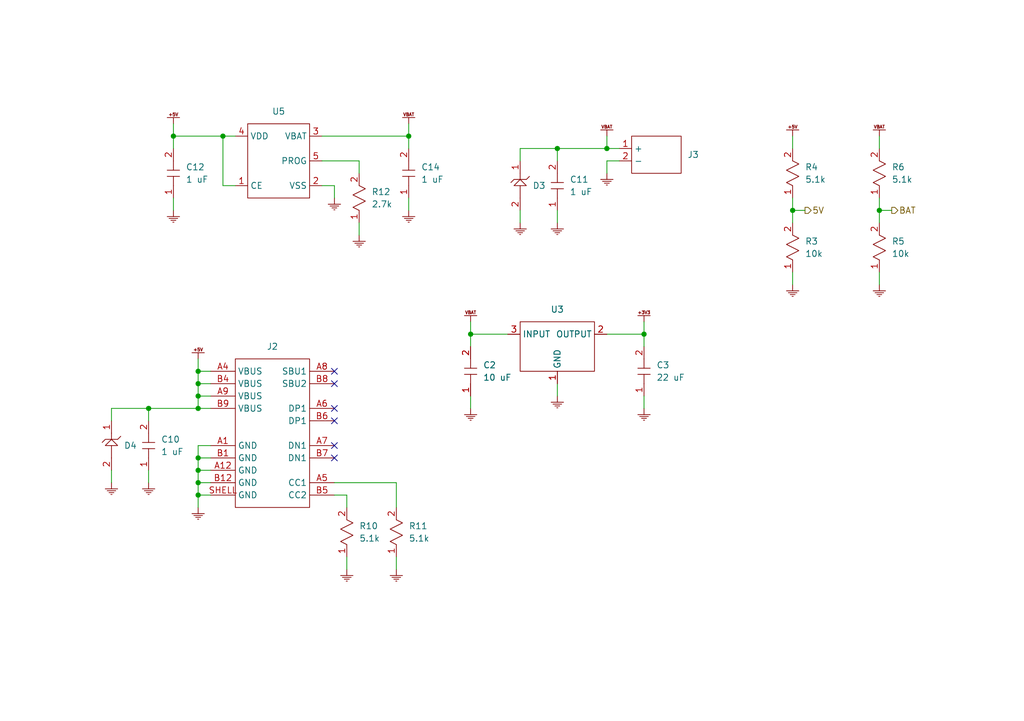
<source format=kicad_sch>
(kicad_sch (version 20230121) (generator eeschema)
  (paper "A5")
  (lib_symbols
    (symbol "zandmd:+3V3" (power) (pin_names (offset 0))
      (symbol "+3V3_0_1"
        (polyline (pts (xy -1.27 1.27) (xy 1.27 1.27)))
        (polyline (pts (xy 0 0) (xy 0 1.27)))
      )
      (symbol "+3V3_1_1"
        (text "+3V3" (at 0 1.905 0) (effects (font (size 0.635 0.635))))
        (pin power_in line (at 0 0 90) (length 0) hide (name "+3V3") (number "1"))
      )
    )
    (symbol "zandmd:+5V" (power) (pin_names (offset 0))
      (symbol "+5V_0_1"
        (polyline (pts (xy -1.27 1.27) (xy 1.27 1.27)))
        (polyline (pts (xy 0 0) (xy 0 1.27)))
      )
      (symbol "+5V_1_1"
        (text "+5V" (at 0 1.905 0) (effects (font (size 0.635 0.635))))
        (pin power_in line (at 0 0 90) (length 0) hide (name "+5V") (number "1"))
      )
    )
    (symbol "zandmd:AZ1117IH-3.3TRG1"
      (property "Reference" "U" (at 0 0 0))
      (symbol "AZ1117IH-3.3TRG1_0_1"
        (rectangle (start 2.54 12.7) (end 17.78 2.54))
      )
      (symbol "AZ1117IH-3.3TRG1_1_1"
        (pin passive line (at 10.16 0 90) (length 2.54) (name "GND") (number "1"))
        (pin power_out line (at 20.32 10.16 180) (length 2.54) (name "OUTPUT") (number "2"))
        (pin power_in line (at 0 10.16 0) (length 2.54) (name "INPUT") (number "3"))
      )
    )
    (symbol "zandmd:CAPACITOR" (pin_names (offset 0))
      (property "Reference" "C" (at 0 0 0))
      (property "Value" "C" (at 0 0 0))
      (symbol "CAPACITOR_0_1"
        (polyline (pts (xy 2.54 0) (xy 4.445 0)))
        (polyline (pts (xy 4.445 1.27) (xy 4.445 -1.27)))
        (polyline (pts (xy 5.715 1.27) (xy 5.715 -1.27)))
        (polyline (pts (xy 7.62 0) (xy 5.715 0)))
      )
      (symbol "CAPACITOR_1_1"
        (pin passive line (at 0 0 0) (length 2.54) (name "") (number "1"))
        (pin passive line (at 10.16 0 180) (length 2.54) (name "") (number "2"))
      )
    )
    (symbol "zandmd:GND" (power) (pin_names (offset 0))
      (symbol "GND_0_1"
        (polyline (pts (xy -1.27 -1.27) (xy 1.27 -1.27)))
        (polyline (pts (xy -0.889 -1.651) (xy 0.889 -1.651)))
        (polyline (pts (xy -0.508 -2.032) (xy 0.508 -2.032)))
        (polyline (pts (xy -0.127 -2.413) (xy 0.127 -2.413)))
        (polyline (pts (xy 0 0) (xy 0 -1.27)))
      )
      (symbol "GND_1_1"
        (pin power_in line (at 0 0 270) (length 0) hide (name "GND") (number "1"))
      )
    )
    (symbol "zandmd:MCP73812T-420I/OT"
      (property "Reference" "U" (at 0 0 0))
      (symbol "MCP73812T-420I/OT_0_1"
        (rectangle (start 2.54 15.24) (end 15.24 0))
      )
      (symbol "MCP73812T-420I/OT_1_1"
        (pin input line (at 0 2.54 0) (length 2.54) (name "CE") (number "1"))
        (pin passive line (at 17.78 2.54 180) (length 2.54) (name "VSS") (number "2"))
        (pin power_out line (at 17.78 12.7 180) (length 2.54) (name "VBAT") (number "3"))
        (pin power_in line (at 0 12.7 0) (length 2.54) (name "VDD") (number "4"))
        (pin passive line (at 17.78 7.62 180) (length 2.54) (name "PROG") (number "5"))
      )
    )
    (symbol "zandmd:RESISTOR" (pin_names (offset 0))
      (property "Reference" "R" (at 0 0 0))
      (property "Value" "R" (at 0 0 0))
      (symbol "RESISTOR_0_1"
        (polyline (pts (xy 2.54 0) (xy 3.175 1.27) (xy 4.445 -1.27) (xy 5.715 1.27) (xy 6.985 -1.27) (xy 7.62 0)))
      )
      (symbol "RESISTOR_1_1"
        (pin passive line (at 0 0 0) (length 2.54) (name "") (number "1"))
        (pin passive line (at 10.16 0 180) (length 2.54) (name "") (number "2"))
      )
    )
    (symbol "zandmd:S2B-PH-K-S"
      (property "Reference" "J" (at 0 0 0))
      (symbol "S2B-PH-K-S_0_1"
        (rectangle (start 2.54 7.62) (end 12.7 0))
      )
      (symbol "S2B-PH-K-S_1_1"
        (pin unspecified line (at 0 5.08 0) (length 2.54) (name "P1") (number "1") (alternate "+" power_out line))
        (pin unspecified line (at 0 2.54 0) (length 2.54) (name "P2") (number "2") (alternate "-" passive line))
      )
    )
    (symbol "zandmd:SMAJ5.0A" (pin_names (offset 0))
      (property "Reference" "D" (at 0 0 0))
      (symbol "SMAJ5.0A_0_1"
        (polyline (pts (xy 3.81 0) (xy 2.54 0)))
        (polyline (pts (xy 7.62 0) (xy 5.08 0)))
        (polyline (pts (xy 3.81 0) (xy 5.08 -1.27) (xy 5.08 1.27) (xy 3.81 0)))
        (polyline (pts (xy 4.445 -1.905) (xy 3.81 -1.27) (xy 3.81 1.27) (xy 3.175 1.905)))
      )
      (symbol "SMAJ5.0A_1_1"
        (pin passive line (at 0 0 0) (length 2.54) (name "") (number "1"))
        (pin passive line (at 10.16 0 180) (length 2.54) (name "") (number "2"))
      )
    )
    (symbol "zandmd:USB4520-03-0-A"
      (property "Reference" "J" (at 0 0 0))
      (symbol "USB4520-03-0-A_0_1"
        (rectangle (start 5.08 30.48) (end 20.32 0))
      )
      (symbol "USB4520-03-0-A_1_1"
        (pin passive line (at 0 12.7 0) (length 5.08) (name "GND") (number "A1"))
        (pin passive line (at 0 7.62 0) (length 5.08) (name "GND") (number "A12"))
        (pin power_in line (at 0 27.94 0) (length 5.08) (name "VBUS") (number "A4"))
        (pin input line (at 25.4 5.08 180) (length 5.08) (name "CC1") (number "A5"))
        (pin bidirectional line (at 25.4 20.32 180) (length 5.08) (name "DP1") (number "A6"))
        (pin bidirectional line (at 25.4 12.7 180) (length 5.08) (name "DN1") (number "A7"))
        (pin bidirectional line (at 25.4 27.94 180) (length 5.08) (name "SBU1") (number "A8"))
        (pin power_in line (at 0 22.86 0) (length 5.08) (name "VBUS") (number "A9"))
        (pin passive line (at 0 10.16 0) (length 5.08) (name "GND") (number "B1"))
        (pin passive line (at 0 5.08 0) (length 5.08) (name "GND") (number "B12"))
        (pin power_in line (at 0 25.4 0) (length 5.08) (name "VBUS") (number "B4"))
        (pin input line (at 25.4 2.54 180) (length 5.08) (name "CC2") (number "B5"))
        (pin bidirectional line (at 25.4 17.78 180) (length 5.08) (name "DP1") (number "B6"))
        (pin bidirectional line (at 25.4 10.16 180) (length 5.08) (name "DN1") (number "B7"))
        (pin bidirectional line (at 25.4 25.4 180) (length 5.08) (name "SBU2") (number "B8"))
        (pin power_in line (at 0 20.32 0) (length 5.08) (name "VBUS") (number "B9"))
        (pin passive line (at 0 2.54 0) (length 5.08) (name "GND") (number "SHELL"))
      )
    )
    (symbol "zandmd:VBAT" (power) (pin_names (offset 0))
      (symbol "VBAT_0_1"
        (polyline (pts (xy -1.27 1.27) (xy 1.27 1.27)))
        (polyline (pts (xy 0 0) (xy 0 1.27)))
      )
      (symbol "VBAT_1_1"
        (text "VBAT" (at 0 1.905 0) (effects (font (size 0.635 0.635))))
        (pin power_in line (at 0 0 90) (length 0) hide (name "VBAT") (number "1"))
      )
    )
  )
  (junction (at 96.52 68.58))
  (junction (at 40.64 81.28))
  (junction (at 83.82 27.94))
  (junction (at 45.72 27.94))
  (junction (at 40.64 78.74))
  (junction (at 40.64 83.82))
  (junction (at 40.64 93.98))
  (junction (at 40.64 76.2))
  (junction (at 132.08 68.58))
  (junction (at 35.56 27.94))
  (junction (at 40.64 101.6))
  (junction (at 30.48 83.82))
  (junction (at 40.64 99.06))
  (junction (at 180.34 43.18))
  (junction (at 124.46 30.48))
  (junction (at 114.3 30.48))
  (junction (at 40.64 96.52))
  (junction (at 162.56 43.18))
  (no_connect (at 68.58 86.36))
  (no_connect (at 68.58 76.2))
  (no_connect (at 68.58 93.98))
  (no_connect (at 68.58 78.74))
  (no_connect (at 68.58 83.82))
  (no_connect (at 68.58 91.44))
  (wire (pts (xy 162.56 43.18) (xy 162.56 45.72)))
  (wire (pts (xy 124.46 68.58) (xy 132.08 68.58)))
  (wire (pts (xy 132.08 68.58) (xy 132.08 71.12)))
  (wire (pts (xy 45.72 27.94) (xy 45.72 38.1)))
  (wire (pts (xy 132.08 66.04) (xy 132.08 68.58)))
  (wire (pts (xy 114.3 78.74) (xy 114.3 81.28)))
  (wire (pts (xy 73.66 45.72) (xy 73.66 48.26)))
  (wire (pts (xy 83.82 40.64) (xy 83.82 43.18)))
  (wire (pts (xy 30.48 96.52) (xy 30.48 99.06)))
  (wire (pts (xy 40.64 78.74) (xy 43.18 78.74)))
  (wire (pts (xy 114.3 43.18) (xy 114.3 45.72)))
  (wire (pts (xy 81.28 114.3) (xy 81.28 116.84)))
  (wire (pts (xy 162.56 27.94) (xy 162.56 30.48)))
  (wire (pts (xy 22.86 83.82) (xy 30.48 83.82)))
  (wire (pts (xy 40.64 81.28) (xy 40.64 83.82)))
  (wire (pts (xy 30.48 83.82) (xy 40.64 83.82)))
  (wire (pts (xy 162.56 55.88) (xy 162.56 58.42)))
  (wire (pts (xy 127 33.02) (xy 124.46 33.02)))
  (wire (pts (xy 162.56 40.64) (xy 162.56 43.18)))
  (wire (pts (xy 48.26 27.94) (xy 45.72 27.94)))
  (wire (pts (xy 43.18 91.44) (xy 40.64 91.44)))
  (wire (pts (xy 114.3 30.48) (xy 114.3 33.02)))
  (wire (pts (xy 35.56 27.94) (xy 45.72 27.94)))
  (wire (pts (xy 40.64 73.66) (xy 40.64 76.2)))
  (wire (pts (xy 71.12 114.3) (xy 71.12 116.84)))
  (wire (pts (xy 66.04 27.94) (xy 83.82 27.94)))
  (wire (pts (xy 40.64 78.74) (xy 40.64 81.28)))
  (wire (pts (xy 96.52 66.04) (xy 96.52 68.58)))
  (wire (pts (xy 83.82 30.48) (xy 83.82 27.94)))
  (wire (pts (xy 104.14 68.58) (xy 96.52 68.58)))
  (wire (pts (xy 180.34 43.18) (xy 182.88 43.18)))
  (wire (pts (xy 35.56 25.4) (xy 35.56 27.94)))
  (wire (pts (xy 40.64 81.28) (xy 43.18 81.28)))
  (wire (pts (xy 68.58 40.64) (xy 68.58 38.1)))
  (wire (pts (xy 124.46 30.48) (xy 114.3 30.48)))
  (wire (pts (xy 180.34 27.94) (xy 180.34 30.48)))
  (wire (pts (xy 81.28 99.06) (xy 81.28 104.14)))
  (wire (pts (xy 124.46 27.94) (xy 124.46 30.48)))
  (wire (pts (xy 66.04 38.1) (xy 68.58 38.1)))
  (wire (pts (xy 35.56 40.64) (xy 35.56 43.18)))
  (wire (pts (xy 40.64 91.44) (xy 40.64 93.98)))
  (wire (pts (xy 40.64 93.98) (xy 43.18 93.98)))
  (wire (pts (xy 40.64 101.6) (xy 40.64 104.14)))
  (wire (pts (xy 40.64 101.6) (xy 43.18 101.6)))
  (wire (pts (xy 180.34 43.18) (xy 180.34 45.72)))
  (wire (pts (xy 35.56 30.48) (xy 35.56 27.94)))
  (wire (pts (xy 180.34 40.64) (xy 180.34 43.18)))
  (wire (pts (xy 68.58 101.6) (xy 71.12 101.6)))
  (wire (pts (xy 40.64 96.52) (xy 43.18 96.52)))
  (wire (pts (xy 22.86 96.52) (xy 22.86 99.06)))
  (wire (pts (xy 45.72 38.1) (xy 48.26 38.1)))
  (wire (pts (xy 73.66 35.56) (xy 73.66 33.02)))
  (wire (pts (xy 96.52 68.58) (xy 96.52 71.12)))
  (wire (pts (xy 40.64 99.06) (xy 40.64 101.6)))
  (wire (pts (xy 106.68 43.18) (xy 106.68 45.72)))
  (wire (pts (xy 162.56 43.18) (xy 165.1 43.18)))
  (wire (pts (xy 43.18 83.82) (xy 40.64 83.82)))
  (wire (pts (xy 127 30.48) (xy 124.46 30.48)))
  (wire (pts (xy 40.64 76.2) (xy 43.18 76.2)))
  (wire (pts (xy 96.52 81.28) (xy 96.52 83.82)))
  (wire (pts (xy 22.86 86.36) (xy 22.86 83.82)))
  (wire (pts (xy 66.04 33.02) (xy 73.66 33.02)))
  (wire (pts (xy 83.82 25.4) (xy 83.82 27.94)))
  (wire (pts (xy 71.12 104.14) (xy 71.12 101.6)))
  (wire (pts (xy 106.68 33.02) (xy 106.68 30.48)))
  (wire (pts (xy 132.08 81.28) (xy 132.08 83.82)))
  (wire (pts (xy 40.64 99.06) (xy 43.18 99.06)))
  (wire (pts (xy 40.64 76.2) (xy 40.64 78.74)))
  (wire (pts (xy 106.68 30.48) (xy 114.3 30.48)))
  (wire (pts (xy 40.64 93.98) (xy 40.64 96.52)))
  (wire (pts (xy 180.34 55.88) (xy 180.34 58.42)))
  (wire (pts (xy 68.58 99.06) (xy 81.28 99.06)))
  (wire (pts (xy 40.64 96.52) (xy 40.64 99.06)))
  (wire (pts (xy 124.46 33.02) (xy 124.46 35.56)))
  (wire (pts (xy 30.48 86.36) (xy 30.48 83.82)))
  (hierarchical_label "5V" (shape output) (at 165.1 43.18 0))
  (hierarchical_label "BAT" (shape output) (at 182.88 43.18 0))
  (symbol (lib_id "zandmd:CAPACITOR") (at 83.82 40.64 90) (unit 1)
    (property "Reference" "C14" (at 86.36 34.29 90) (effects (justify right)))
    (property "Value" "1 uF" (at 86.36 36.83 90) (effects (justify right)))
    (property "Footprint" "zandmd:PASSIVE-NPOL-0805" (effects hide))
    (property "Sim.Device" "C" (effects hide))
    (property "Sim.Pins" "1=+ 2=-" (effects hide))
    (instances (project "disc-charger" (path "" (reference "C14") (unit 1))) (project "pinewood-derby-car" (path "" (reference "C8") (unit 1))))
  )
  (symbol (lib_id "zandmd:GND") (at 30.48 99.06 0) (unit 1)
    (property "Reference" "#PWR022" (effects hide))
    (property "Value" "GND" (effects hide))
    (instances (project "disc-charger" (path "" (reference "#PWR022") (unit 1))) (project "pinewood-derby-car" (path "" (reference "#PWR040") (unit 1))))
  )
  (symbol (lib_id "zandmd:RESISTOR") (at 73.66 45.72 90) (unit 1)
    (property "Reference" "R12" (at 76.2 39.37 90) (effects (justify right)))
    (property "Value" "2.7k" (at 76.2 41.91 90) (effects (justify right)))
    (property "Footprint" "zandmd:PASSIVE-NPOL-0805" (effects hide))
    (property "Sim.Device" "R" (effects hide))
    (property "Sim.Pins" "1=+ 2=-" (effects hide))
    (instances (project "disc-charger" (path "" (reference "R12") (unit 1))) (project "pinewood-derby-car" (path "" (reference "R1") (unit 1))))
  )
  (symbol (lib_id "zandmd:GND") (at 96.52 83.82 0) (unit 1)
    (property "Reference" "#PWR081" (effects hide))
    (property "Value" "GND" (effects hide))
    (instances (project "tv-source-switcher" (path "" (reference "#PWR081") (unit 1))) (project "disc-charger" (path "" (reference "#PWR034") (unit 1))) (project "neopixel-controller" (path "" (reference "#PWR038") (unit 1))) (project "pinewood-derby-car" (path "" (reference "#PWR051") (unit 1))))
  )
  (symbol (lib_id "zandmd:GND") (at 40.64 104.14 0) (unit 1)
    (property "Reference" "#PWR026" (effects hide))
    (property "Value" "GND" (effects hide))
    (instances (project "disc-charger" (path "" (reference "#PWR026") (unit 1))) (project "pinewood-derby-car" (path "" (reference "#PWR038") (unit 1))))
  )
  (symbol (lib_id "zandmd:CAPACITOR") (at 96.52 81.28 90) (unit 1)
    (property "Reference" "C2" (at 99.06 74.93 90) (effects (justify right)))
    (property "Value" "10 uF" (at 99.06 77.47 90) (effects (justify right)))
    (property "Footprint" "zandmd:PASSIVE-NPOL-0805" (effects hide))
    (property "Sim.Device" "C" (effects hide))
    (property "Sim.Pins" "1=+ 2=-" (effects hide))
    (instances (project "tv-source-switcher" (path "" (reference "C2") (unit 1))) (project "disc-charger" (path "" (reference "C9") (unit 1))) (project "neopixel-controller" (path "" (reference "C2") (unit 1))) (project "pinewood-derby-car" (path "" (reference "C2") (unit 1))))
  )
  (symbol (lib_id "zandmd:GND") (at 106.68 45.72 0) (unit 1)
    (property "Reference" "#PWR042" (effects hide))
    (property "Value" "GND" (effects hide))
    (instances (project "disc-charger" (path "" (reference "#PWR042") (unit 1))) (project "pinewood-derby-car" (path "" (reference "#PWR040") (unit 1))))
  )
  (symbol (lib_id "zandmd:RESISTOR") (at 81.28 114.3 90) (unit 1)
    (property "Reference" "R11" (at 83.82 107.95 90) (effects (justify right)))
    (property "Value" "5.1k" (at 83.82 110.49 90) (effects (justify right)))
    (property "Footprint" "zandmd:PASSIVE-NPOL-0805" (effects hide))
    (property "Sim.Device" "R" (effects hide))
    (property "Sim.Pins" "1=+ 2=-" (effects hide))
    (instances (project "disc-charger" (path "" (reference "R11") (unit 1))) (project "pinewood-derby-car" (path "" (reference "R2") (unit 1))))
  )
  (symbol (lib_id "zandmd:MCP73812T-420I/OT") (at 48.26 40.64 0) (unit 1)
    (property "Reference" "U5" (at 57.15 22.86 0))
    (property "Value" "MCP73812T-420I/OT" (effects hide))
    (property "Footprint" "zandmd:MCP73812T-420IOT" (effects hide))
    (property "Datasheet" "https://ww1.microchip.com/downloads/en/DeviceDoc/22036b.pdf" (effects hide))
    (property "Sim.Enable" "0" (effects hide))
    (instances (project "disc-charger" (path "" (reference "U5") (unit 1))) (project "pinewood-derby-car" (path "" (reference "U2") (unit 1))))
  )
  (symbol (lib_id "zandmd:GND") (at 73.66 48.26 0) (unit 1)
    (property "Reference" "#PWR029" (effects hide))
    (property "Value" "GND" (effects hide))
    (instances (project "disc-charger" (path "" (reference "#PWR029") (unit 1))) (project "pinewood-derby-car" (path "" (reference "#PWR044") (unit 1))))
  )
  (symbol (lib_id "zandmd:CAPACITOR") (at 35.56 40.64 90) (unit 1)
    (property "Reference" "C12" (at 38.1 34.29 90) (effects (justify right)))
    (property "Value" "1 uF" (at 38.1 36.83 90) (effects (justify right)))
    (property "Footprint" "zandmd:PASSIVE-NPOL-0805" (effects hide))
    (property "Sim.Device" "C" (effects hide))
    (property "Sim.Pins" "1=+ 2=-" (effects hide))
    (instances (project "disc-charger" (path "" (reference "C12") (unit 1))) (project "pinewood-derby-car" (path "" (reference "C7") (unit 1))))
  )
  (symbol (lib_id "zandmd:SMAJ5.0A") (at 22.86 86.36 270) (unit 1)
    (property "Reference" "D4" (at 25.4 91.44 90) (effects (justify left)))
    (property "Value" "SMAJ5.0A" (effects hide))
    (property "Footprint" "zandmd:SMAJ5.0A" (effects hide))
    (property "Datasheet" "https://goodarksemi.com/docs/datasheets/transient_voltage_suppressors/SMAJx.pdf" (effects hide))
    (property "Sim.Enable" "0" (effects hide))
  )
  (symbol (lib_id "zandmd:RESISTOR") (at 71.12 114.3 90) (unit 1)
    (property "Reference" "R10" (at 73.66 107.95 90) (effects (justify right)))
    (property "Value" "5.1k" (at 73.66 110.49 90) (effects (justify right)))
    (property "Footprint" "zandmd:PASSIVE-NPOL-0805" (effects hide))
    (property "Sim.Device" "R" (effects hide))
    (property "Sim.Pins" "1=+ 2=-" (effects hide))
    (instances (project "disc-charger" (path "" (reference "R10") (unit 1))) (project "pinewood-derby-car" (path "" (reference "R3") (unit 1))))
  )
  (symbol (lib_id "zandmd:VBAT") (at 180.34 27.94 0) (unit 1)
    (property "Reference" "#PWR052" (effects hide))
    (property "Value" "VBAT" (effects hide))
    (instances (project "disc-charger" (path "" (reference "#PWR052") (unit 1))) (project "pinewood-derby-car" (path "" (reference "#PWR047") (unit 1))))
  )
  (symbol (lib_id "zandmd:GND") (at 114.3 45.72 0) (unit 1)
    (property "Reference" "#PWR036" (effects hide))
    (property "Value" "GND" (effects hide))
    (instances (project "disc-charger" (path "" (reference "#PWR036") (unit 1))) (project "pinewood-derby-car" (path "" (reference "#PWR049") (unit 1))))
  )
  (symbol (lib_id "zandmd:RESISTOR") (at 162.56 40.64 90) (unit 1)
    (property "Reference" "R4" (at 165.1 34.29 90) (effects (justify right)))
    (property "Value" "5.1k" (at 165.1 36.83 90) (effects (justify right)))
    (property "Footprint" "zandmd:PASSIVE-NPOL-0805" (effects hide))
    (property "Sim.Device" "R" (effects hide))
    (property "Sim.Pins" "1=+ 2=-" (effects hide))
  )
  (symbol (lib_id "zandmd:AZ1117IH-3.3TRG1") (at 104.14 78.74 0) (unit 1)
    (property "Reference" "U3" (at 114.3 63.5 0))
    (property "Value" "AZ1117IH-3.3TRG1" (effects hide))
    (property "Footprint" "zandmd:AZ1117IH-3.3TRG1" (effects hide))
    (property "Datasheet" "https://www.diodes.com/assets/Datasheets/AZ1117I.pdf" (effects hide))
    (property "Sim.Enable" "0" (effects hide))
    (instances (project "tv-source-switcher" (path "" (reference "U3") (unit 1))) (project "disc-charger" (path "" (reference "U4") (unit 1))) (project "neopixel-controller" (path "" (reference "U2") (unit 1))) (project "pinewood-derby-car" (path "" (reference "U1") (unit 1))))
  )
  (symbol (lib_id "zandmd:GND") (at 132.08 83.82 0) (unit 1)
    (property "Reference" "#PWR084" (effects hide))
    (property "Value" "GND" (effects hide))
    (instances (project "tv-source-switcher" (path "" (reference "#PWR084") (unit 1))) (project "disc-charger" (path "" (reference "#PWR040") (unit 1))) (project "neopixel-controller" (path "" (reference "#PWR040") (unit 1))) (project "pinewood-derby-car" (path "" (reference "#PWR054") (unit 1))))
  )
  (symbol (lib_id "zandmd:GND") (at 180.34 58.42 0) (unit 1)
    (property "Reference" "#PWR053" (effects hide))
    (property "Value" "GND" (effects hide))
    (instances (project "disc-charger" (path "" (reference "#PWR053") (unit 1))) (project "pinewood-derby-car" (path "" (reference "#PWR048") (unit 1))))
  )
  (symbol (lib_id "zandmd:CAPACITOR") (at 132.08 81.28 90) (unit 1)
    (property "Reference" "C3" (at 134.62 74.93 90) (effects (justify right)))
    (property "Value" "22 uF" (at 134.62 77.47 90) (effects (justify right)))
    (property "Footprint" "zandmd:PASSIVE-NPOL-0805" (effects hide))
    (property "Sim.Device" "C" (effects hide))
    (property "Sim.Pins" "1=+ 2=-" (effects hide))
    (instances (project "tv-source-switcher" (path "" (reference "C3") (unit 1))) (project "disc-charger" (path "" (reference "C8") (unit 1))) (project "neopixel-controller" (path "" (reference "C3") (unit 1))) (project "pinewood-derby-car" (path "" (reference "C3") (unit 1))))
  )
  (symbol (lib_id "zandmd:SMAJ5.0A") (at 106.68 33.02 270) (unit 1)
    (property "Reference" "D3" (at 109.22 38.1 90) (effects (justify left)))
    (property "Value" "SMAJ5.0A" (effects hide))
    (property "Footprint" "zandmd:SMAJ5.0A" (effects hide))
    (property "Datasheet" "https://goodarksemi.com/docs/datasheets/transient_voltage_suppressors/SMAJx.pdf" (effects hide))
    (property "Sim.Enable" "0" (effects hide))
  )
  (symbol (lib_id "zandmd:GND") (at 162.56 58.42 0) (unit 1)
    (property "Reference" "#PWR051" (effects hide))
    (property "Value" "GND" (effects hide))
    (instances (project "disc-charger" (path "" (reference "#PWR051") (unit 1))) (project "pinewood-derby-car" (path "" (reference "#PWR048") (unit 1))))
  )
  (symbol (lib_id "zandmd:+3V3") (at 132.08 66.04 0) (unit 1)
    (property "Reference" "#PWR083" (effects hide))
    (property "Value" "+3V3" (effects hide))
    (instances (project "tv-source-switcher" (path "" (reference "#PWR083") (unit 1))) (project "disc-charger" (path "" (reference "#PWR039") (unit 1))) (project "neopixel-controller" (path "" (reference "#PWR042") (unit 1))) (project "pinewood-derby-car" (path "" (reference "#PWR053") (unit 1))))
  )
  (symbol (lib_id "zandmd:USB4520-03-0-A") (at 43.18 104.14 0) (unit 1)
    (property "Reference" "J2" (at 55.88 71.12 0))
    (property "Value" "USB4520-03-0-A" (effects hide))
    (property "Footprint" "zandmd:USB4520-03-0-A" (effects hide))
    (property "Datasheet" "https://gct.co/files/drawings/usb4520.pdf" (effects hide))
    (property "Sim.Enable" "0" (effects hide))
  )
  (symbol (lib_id "zandmd:RESISTOR") (at 180.34 55.88 90) (unit 1)
    (property "Reference" "R5" (at 182.88 49.53 90) (effects (justify right)))
    (property "Value" "10k" (at 182.88 52.07 90) (effects (justify right)))
    (property "Footprint" "zandmd:PASSIVE-NPOL-0805" (effects hide))
    (property "Sim.Device" "R" (effects hide))
    (property "Sim.Pins" "1=+ 2=-" (effects hide))
  )
  (symbol (lib_id "zandmd:GND") (at 83.82 43.18 0) (unit 1)
    (property "Reference" "#PWR032" (effects hide))
    (property "Value" "GND" (effects hide))
    (instances (project "disc-charger" (path "" (reference "#PWR032") (unit 1))) (project "pinewood-derby-car" (path "" (reference "#PWR046") (unit 1))))
  )
  (symbol (lib_id "zandmd:GND") (at 81.28 116.84 0) (unit 1)
    (property "Reference" "#PWR030" (effects hide))
    (property "Value" "GND" (effects hide))
    (instances (project "disc-charger" (path "" (reference "#PWR030") (unit 1))) (project "pinewood-derby-car" (path "" (reference "#PWR037") (unit 1))))
  )
  (symbol (lib_id "zandmd:GND") (at 22.86 99.06 0) (unit 1)
    (property "Reference" "#PWR041" (effects hide))
    (property "Value" "GND" (effects hide))
    (instances (project "disc-charger" (path "" (reference "#PWR041") (unit 1))) (project "pinewood-derby-car" (path "" (reference "#PWR040") (unit 1))))
  )
  (symbol (lib_id "zandmd:VBAT") (at 124.46 27.94 0) (unit 1)
    (property "Reference" "#PWR037" (effects hide))
    (property "Value" "VBAT" (effects hide))
    (instances (project "disc-charger" (path "" (reference "#PWR037") (unit 1))) (project "pinewood-derby-car" (path "" (reference "#PWR047") (unit 1))))
  )
  (symbol (lib_id "zandmd:+5V") (at 35.56 25.4 0) (unit 1)
    (property "Reference" "#PWR023" (effects hide))
    (property "Value" "+5V" (effects hide))
    (instances (project "disc-charger" (path "" (reference "#PWR023") (unit 1))) (project "pinewood-derby-car" (path "" (reference "#PWR043") (unit 1))))
  )
  (symbol (lib_id "zandmd:RESISTOR") (at 180.34 40.64 90) (unit 1)
    (property "Reference" "R6" (at 182.88 34.29 90) (effects (justify right)))
    (property "Value" "5.1k" (at 182.88 36.83 90) (effects (justify right)))
    (property "Footprint" "zandmd:PASSIVE-NPOL-0805" (effects hide))
    (property "Sim.Device" "R" (effects hide))
    (property "Sim.Pins" "1=+ 2=-" (effects hide))
  )
  (symbol (lib_id "zandmd:RESISTOR") (at 162.56 55.88 90) (unit 1)
    (property "Reference" "R3" (at 165.1 49.53 90) (effects (justify right)))
    (property "Value" "10k" (at 165.1 52.07 90) (effects (justify right)))
    (property "Footprint" "zandmd:PASSIVE-NPOL-0805" (effects hide))
    (property "Sim.Device" "R" (effects hide))
    (property "Sim.Pins" "1=+ 2=-" (effects hide))
  )
  (symbol (lib_id "zandmd:CAPACITOR") (at 114.3 43.18 90) (unit 1)
    (property "Reference" "C11" (at 116.84 36.83 90) (effects (justify right)))
    (property "Value" "1 uF" (at 116.84 39.37 90) (effects (justify right)))
    (property "Footprint" "zandmd:PASSIVE-NPOL-0805" (effects hide))
    (property "Sim.Device" "C" (effects hide))
    (property "Sim.Pins" "1=+ 2=-" (effects hide))
    (instances (project "disc-charger" (path "" (reference "C11") (unit 1))) (project "pinewood-derby-car" (path "" (reference "C1") (unit 1))))
  )
  (symbol (lib_id "zandmd:CAPACITOR") (at 30.48 96.52 90) (unit 1)
    (property "Reference" "C10" (at 33.02 90.17 90) (effects (justify right)))
    (property "Value" "1 uF" (at 33.02 92.71 90) (effects (justify right)))
    (property "Footprint" "zandmd:PASSIVE-NPOL-0805" (effects hide))
    (property "Sim.Device" "C" (effects hide))
    (property "Sim.Pins" "1=+ 2=-" (effects hide))
    (instances (project "disc-charger" (path "" (reference "C10") (unit 1))) (project "pinewood-derby-car" (path "" (reference "C6") (unit 1))))
  )
  (symbol (lib_id "zandmd:GND") (at 114.3 81.28 0) (unit 1)
    (property "Reference" "#PWR082" (effects hide))
    (property "Value" "GND" (effects hide))
    (instances (project "tv-source-switcher" (path "" (reference "#PWR082") (unit 1))) (project "disc-charger" (path "" (reference "#PWR035") (unit 1))) (project "neopixel-controller" (path "" (reference "#PWR039") (unit 1))) (project "pinewood-derby-car" (path "" (reference "#PWR052") (unit 1))))
  )
  (symbol (lib_id "zandmd:GND") (at 71.12 116.84 0) (unit 1)
    (property "Reference" "#PWR028" (effects hide))
    (property "Value" "GND" (effects hide))
    (instances (project "disc-charger" (path "" (reference "#PWR028") (unit 1))) (project "pinewood-derby-car" (path "" (reference "#PWR036") (unit 1))))
  )
  (symbol (lib_id "zandmd:+5V") (at 40.64 73.66 0) (unit 1)
    (property "Reference" "#PWR025" (effects hide))
    (property "Value" "+5V" (effects hide))
    (instances (project "disc-charger" (path "" (reference "#PWR025") (unit 1))) (project "pinewood-derby-car" (path "" (reference "#PWR039") (unit 1))))
  )
  (symbol (lib_id "zandmd:VBAT") (at 96.52 66.04 0) (unit 1)
    (property "Reference" "#PWR033" (effects hide))
    (property "Value" "VBAT" (effects hide))
    (instances (project "disc-charger" (path "" (reference "#PWR033") (unit 1))) (project "pinewood-derby-car" (path "" (reference "#PWR050") (unit 1))))
  )
  (symbol (lib_id "zandmd:GND") (at 68.58 40.64 0) (unit 1)
    (property "Reference" "#PWR027" (effects hide))
    (property "Value" "GND" (effects hide))
    (instances (project "disc-charger" (path "" (reference "#PWR027") (unit 1))) (project "pinewood-derby-car" (path "" (reference "#PWR042") (unit 1))))
  )
  (symbol (lib_id "zandmd:S2B-PH-K-S") (at 127 35.56 0) (unit 1)
    (property "Reference" "J3" (at 140.97 31.75 0) (effects (justify left)))
    (property "Value" "S2B-PH-K-S" (effects hide))
    (property "Footprint" "zandmd:S2B-PH-K-S" (effects hide))
    (property "Datasheet" "https://www.jst-mfg.com/product/pdf/eng/ePH.pdf" (effects hide))
    (property "Sim.Enable" "0" (effects hide))
    (pin "1" (alternate "+"))
    (pin "2" (alternate "-"))
    (instances (project "disc-charger" (path "" (reference "J3") (unit 1))) (project "pinewood-derby-car" (path "" (reference "J1") (unit 1))))
  )
  (symbol (lib_id "zandmd:+5V") (at 162.56 27.94 0) (unit 1)
    (property "Reference" "#PWR050" (effects hide))
    (property "Value" "+5V" (effects hide))
    (instances (project "disc-charger" (path "" (reference "#PWR050") (unit 1))) (project "pinewood-derby-car" (path "" (reference "#PWR043") (unit 1))))
  )
  (symbol (lib_id "zandmd:GND") (at 124.46 35.56 0) (unit 1)
    (property "Reference" "#PWR038" (effects hide))
    (property "Value" "GND" (effects hide))
    (instances (project "disc-charger" (path "" (reference "#PWR038") (unit 1))) (project "pinewood-derby-car" (path "" (reference "#PWR048") (unit 1))))
  )
  (symbol (lib_id "zandmd:GND") (at 35.56 43.18 0) (unit 1)
    (property "Reference" "#PWR024" (effects hide))
    (property "Value" "GND" (effects hide))
    (instances (project "disc-charger" (path "" (reference "#PWR024") (unit 1))) (project "pinewood-derby-car" (path "" (reference "#PWR041") (unit 1))))
  )
  (symbol (lib_id "zandmd:VBAT") (at 83.82 25.4 0) (unit 1)
    (property "Reference" "#PWR031" (effects hide))
    (property "Value" "VBAT" (effects hide))
    (instances (project "disc-charger" (path "" (reference "#PWR031") (unit 1))) (project "pinewood-derby-car" (path "" (reference "#PWR045") (unit 1))))
  )
)
</source>
